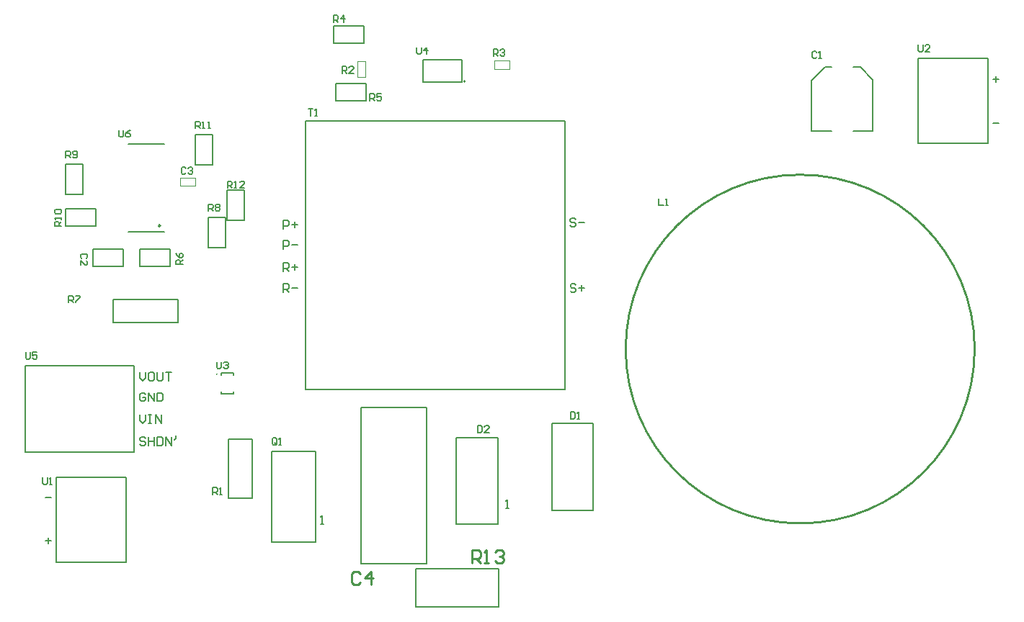
<source format=gto>
G04*
G04 #@! TF.GenerationSoftware,Altium Limited,Altium Designer,18.0.9 (584)*
G04*
G04 Layer_Color=65535*
%FSLAX44Y44*%
%MOMM*%
G71*
G01*
G75*
%ADD10C,0.2540*%
%ADD11C,0.1500*%
%ADD12C,0.1270*%
%ADD13C,0.2000*%
%ADD14C,0.1524*%
%ADD15C,0.1200*%
D10*
X1138000Y313000D02*
G03*
X1138000Y313000I-205000J0D01*
G01*
X181256Y458050D02*
G03*
X181256Y458050I-1016J0D01*
G01*
X416157Y48696D02*
X413618Y51235D01*
X408539D01*
X406000Y48696D01*
Y38539D01*
X408539Y36000D01*
X413618D01*
X416157Y38539D01*
X428853Y36000D02*
Y51235D01*
X421235Y43618D01*
X431392D01*
X547000Y61000D02*
Y76235D01*
X554618D01*
X557157Y73696D01*
Y68618D01*
X554618Y66078D01*
X547000D01*
X552078D02*
X557157Y61000D01*
X562235D02*
X567313D01*
X564774D01*
Y76235D01*
X562235Y73696D01*
X574931D02*
X577470Y76235D01*
X582548D01*
X585088Y73696D01*
Y71157D01*
X582548Y68618D01*
X580009D01*
X582548D01*
X585088Y66078D01*
Y63539D01*
X582548Y61000D01*
X577470D01*
X574931Y63539D01*
D11*
X247600Y283500D02*
G03*
X247600Y283500I-600J0D01*
G01*
X539250Y628000D02*
G03*
X539250Y628000I-750J0D01*
G01*
X43000Y161997D02*
Y155333D01*
X44333Y154000D01*
X46999D01*
X48332Y155333D01*
Y161997D01*
X50997Y154000D02*
X53663D01*
X52330D01*
Y161997D01*
X50997Y160665D01*
X767000Y489997D02*
Y482000D01*
X772332D01*
X774997D02*
X777663D01*
X776330D01*
Y489997D01*
X774997Y488665D01*
X663000Y238997D02*
Y231000D01*
X666999D01*
X668332Y232333D01*
Y237665D01*
X666999Y238997D01*
X663000D01*
X670997Y231000D02*
X673663D01*
X672330D01*
Y238997D01*
X670997Y237665D01*
X554000Y222997D02*
Y215000D01*
X557999D01*
X559332Y216333D01*
Y221665D01*
X557999Y222997D01*
X554000D01*
X567329Y215000D02*
X561997D01*
X567329Y220332D01*
Y221665D01*
X565996Y222997D01*
X563330D01*
X561997Y221665D01*
X247500Y297997D02*
Y291333D01*
X248833Y290000D01*
X251499D01*
X252832Y291333D01*
Y297997D01*
X255497Y296665D02*
X256830Y297997D01*
X259496D01*
X260829Y296665D01*
Y295332D01*
X259496Y293999D01*
X258163D01*
X259496D01*
X260829Y292666D01*
Y291333D01*
X259496Y290000D01*
X256830D01*
X255497Y291333D01*
X132500Y570497D02*
Y563833D01*
X133833Y562500D01*
X136499D01*
X137832Y563833D01*
Y570497D01*
X145829D02*
X143163Y569165D01*
X140497Y566499D01*
Y563833D01*
X141830Y562500D01*
X144496D01*
X145829Y563833D01*
Y565166D01*
X144496Y566499D01*
X140497D01*
X22930Y309079D02*
Y302415D01*
X24263Y301082D01*
X26929D01*
X28262Y302415D01*
Y309079D01*
X36259D02*
X30927D01*
Y305081D01*
X33593Y306414D01*
X34926D01*
X36259Y305081D01*
Y302415D01*
X34926Y301082D01*
X32260D01*
X30927Y302415D01*
X482500Y667997D02*
Y661333D01*
X483833Y660000D01*
X486499D01*
X487832Y661333D01*
Y667997D01*
X494496Y660000D02*
Y667997D01*
X490497Y663999D01*
X495829D01*
X1071898Y670613D02*
Y663949D01*
X1073231Y662616D01*
X1075897D01*
X1077230Y663949D01*
Y670613D01*
X1085227Y662616D02*
X1079895D01*
X1085227Y667948D01*
Y669280D01*
X1083894Y670613D01*
X1081228D01*
X1079895Y669280D01*
X355000Y595497D02*
X360332D01*
X357666D01*
Y587500D01*
X362997D02*
X365663D01*
X364330D01*
Y595497D01*
X362997Y594165D01*
X260000Y502500D02*
Y510497D01*
X263999D01*
X265332Y509165D01*
Y506499D01*
X263999Y505166D01*
X260000D01*
X262666D02*
X265332Y502500D01*
X267997D02*
X270663D01*
X269330D01*
Y510497D01*
X267997Y509165D01*
X279993Y502500D02*
X274662D01*
X279993Y507832D01*
Y509165D01*
X278661Y510497D01*
X275995D01*
X274662Y509165D01*
X222500Y572500D02*
Y580497D01*
X226499D01*
X227832Y579165D01*
Y576499D01*
X226499Y575166D01*
X222500D01*
X225166D02*
X227832Y572500D01*
X230497D02*
X233163D01*
X231830D01*
Y580497D01*
X230497Y579165D01*
X237162Y572500D02*
X239828D01*
X238495D01*
Y580497D01*
X237162Y579165D01*
X65000Y457500D02*
X57003D01*
Y461499D01*
X58335Y462832D01*
X61001D01*
X62334Y461499D01*
Y457500D01*
Y460166D02*
X65000Y462832D01*
Y465497D02*
Y468163D01*
Y466830D01*
X57003D01*
X58335Y465497D01*
Y472162D02*
X57003Y473495D01*
Y476161D01*
X58335Y477494D01*
X63667D01*
X65000Y476161D01*
Y473495D01*
X63667Y472162D01*
X58335D01*
X70294Y537812D02*
Y545809D01*
X74293D01*
X75626Y544477D01*
Y541811D01*
X74293Y540478D01*
X70294D01*
X72960D02*
X75626Y537812D01*
X78291Y539145D02*
X79624Y537812D01*
X82290D01*
X83623Y539145D01*
Y544477D01*
X82290Y545809D01*
X79624D01*
X78291Y544477D01*
Y543144D01*
X79624Y541811D01*
X83623D01*
X237882Y475368D02*
Y483365D01*
X241881D01*
X243214Y482033D01*
Y479367D01*
X241881Y478034D01*
X237882D01*
X240548D02*
X243214Y475368D01*
X245879Y482033D02*
X247212Y483365D01*
X249878D01*
X251211Y482033D01*
Y480700D01*
X249878Y479367D01*
X251211Y478034D01*
Y476701D01*
X249878Y475368D01*
X247212D01*
X245879Y476701D01*
Y478034D01*
X247212Y479367D01*
X245879Y480700D01*
Y482033D01*
X247212Y479367D02*
X249878D01*
X73524Y367500D02*
Y375497D01*
X77523D01*
X78856Y374165D01*
Y371499D01*
X77523Y370166D01*
X73524D01*
X76190D02*
X78856Y367500D01*
X81521Y375497D02*
X86853D01*
Y374165D01*
X81521Y368833D01*
Y367500D01*
X207500Y412500D02*
X199503D01*
Y416499D01*
X200835Y417832D01*
X203501D01*
X204834Y416499D01*
Y412500D01*
Y415166D02*
X207500Y417832D01*
X199503Y425829D02*
X200835Y423163D01*
X203501Y420497D01*
X206167D01*
X207500Y421830D01*
Y424496D01*
X206167Y425829D01*
X204834D01*
X203501Y424496D01*
Y420497D01*
X427500Y605000D02*
Y612997D01*
X431499D01*
X432832Y611665D01*
Y608999D01*
X431499Y607666D01*
X427500D01*
X430166D02*
X432832Y605000D01*
X440829Y612997D02*
X435497D01*
Y608999D01*
X438163Y610332D01*
X439496D01*
X440829Y608999D01*
Y606333D01*
X439496Y605000D01*
X436830D01*
X435497Y606333D01*
X385000Y697500D02*
Y705497D01*
X388999D01*
X390332Y704165D01*
Y701499D01*
X388999Y700166D01*
X385000D01*
X387666D02*
X390332Y697500D01*
X396996D02*
Y705497D01*
X392997Y701499D01*
X398329D01*
X572500Y657500D02*
Y665497D01*
X576499D01*
X577832Y664165D01*
Y661499D01*
X576499Y660166D01*
X572500D01*
X575166D02*
X577832Y657500D01*
X580497Y664165D02*
X581830Y665497D01*
X584496D01*
X585829Y664165D01*
Y662832D01*
X584496Y661499D01*
X583163D01*
X584496D01*
X585829Y660166D01*
Y658833D01*
X584496Y657500D01*
X581830D01*
X580497Y658833D01*
X395000Y637500D02*
Y645497D01*
X398999D01*
X400332Y644165D01*
Y641499D01*
X398999Y640166D01*
X395000D01*
X397666D02*
X400332Y637500D01*
X408329D02*
X402997D01*
X408329Y642832D01*
Y644165D01*
X406996Y645497D01*
X404330D01*
X402997Y644165D01*
X243000Y142000D02*
Y149997D01*
X246999D01*
X248332Y148665D01*
Y145999D01*
X246999Y144666D01*
X243000D01*
X245666D02*
X248332Y142000D01*
X250997D02*
X253663D01*
X252330D01*
Y149997D01*
X250997Y148665D01*
X317864Y201821D02*
Y207153D01*
X316531Y208485D01*
X313865D01*
X312532Y207153D01*
Y201821D01*
X313865Y200488D01*
X316531D01*
X315198Y203154D02*
X317864Y200488D01*
X316531D02*
X317864Y201821D01*
X320529Y200488D02*
X323195D01*
X321862D01*
Y208485D01*
X320529Y207153D01*
X211332Y525664D02*
X209999Y526997D01*
X207333D01*
X206000Y525664D01*
Y520333D01*
X207333Y519000D01*
X209999D01*
X211332Y520333D01*
X213997Y525664D02*
X215330Y526997D01*
X217996D01*
X219329Y525664D01*
Y524332D01*
X217996Y522999D01*
X216663D01*
X217996D01*
X219329Y521666D01*
Y520333D01*
X217996Y519000D01*
X215330D01*
X213997Y520333D01*
X94164Y419668D02*
X95497Y421001D01*
Y423667D01*
X94164Y425000D01*
X88833D01*
X87500Y423667D01*
Y421001D01*
X88833Y419668D01*
X87500Y411671D02*
Y417003D01*
X92832Y411671D01*
X94164D01*
X95497Y413004D01*
Y415670D01*
X94164Y417003D01*
X952338Y661724D02*
X951005Y663057D01*
X948339D01*
X947006Y661724D01*
Y656393D01*
X948339Y655060D01*
X951005D01*
X952338Y656393D01*
X955003Y655060D02*
X957669D01*
X956336D01*
Y663057D01*
X955003Y661724D01*
D12*
X59000Y62500D02*
Y162500D01*
X141000D01*
Y62500D02*
Y162500D01*
X59000Y62500D02*
X141000D01*
X1153500Y555000D02*
Y655000D01*
X1071500Y555000D02*
X1153500D01*
X1071500D02*
Y655000D01*
X1153500D01*
X253000Y284500D02*
X267000D01*
Y282500D02*
Y284500D01*
X253000Y282500D02*
Y284500D01*
X267000Y260500D02*
Y262500D01*
X253000Y260500D02*
Y262500D01*
Y260500D02*
X267000D01*
X489750Y653250D02*
X535250D01*
X489750Y626750D02*
X535250D01*
D13*
X641500Y226000D02*
X689500D01*
X641500Y123000D02*
X689500D01*
Y226000D01*
X641500Y123000D02*
Y226000D01*
X528500Y208500D02*
X577500D01*
X528500Y107000D02*
Y208500D01*
Y107000D02*
X577500D01*
Y208500D01*
X494000Y60500D02*
Y244500D01*
X417000Y60500D02*
Y244500D01*
X494000D01*
X417000Y60500D02*
X494000D01*
X22500Y293300D02*
X150200D01*
Y191700D02*
Y293300D01*
X22500Y191700D02*
X150200D01*
X22500D02*
Y293300D01*
X312000Y193000D02*
X364000D01*
X312000Y86000D02*
Y193000D01*
Y86000D02*
X364000D01*
Y193000D01*
X489750Y626750D02*
X535250D01*
X489750D02*
Y653250D01*
X535250D01*
Y626750D02*
Y653250D01*
X352000Y581500D02*
X657000D01*
X657000Y265500D01*
X352000D02*
X657000D01*
X352000Y581500D02*
X352000Y265500D01*
X384720Y672340D02*
Y692660D01*
Y672340D02*
X420280D01*
Y692660D01*
X384720D02*
X420280D01*
X387220Y604840D02*
Y625160D01*
Y604840D02*
X422780D01*
Y625160D01*
X387220D02*
X422780D01*
X157220Y409840D02*
Y430160D01*
Y409840D02*
X192780D01*
Y430160D01*
X157220D02*
X192780D01*
X237340Y432220D02*
X257660D01*
Y467780D01*
X237340D02*
X257660D01*
X237340Y432220D02*
Y467780D01*
X69840Y494720D02*
X90160D01*
Y530280D01*
X69840D02*
X90160D01*
X69840Y494720D02*
Y530280D01*
X105280Y457340D02*
Y477660D01*
X69720D02*
X105280D01*
X69720Y457340D02*
Y477660D01*
Y457340D02*
X105280D01*
X222340Y529720D02*
X242660D01*
Y565280D01*
X222340D02*
X242660D01*
X222340Y529720D02*
Y565280D01*
X259840Y464720D02*
X280160D01*
Y500280D01*
X259840D02*
X280160D01*
X259840Y464720D02*
Y500280D01*
X995000Y569500D02*
X1018500D01*
X946500D02*
X970000D01*
X1018500D02*
Y629500D01*
X1003500Y644500D02*
X1018500Y629500D01*
X995000Y644500D02*
X1003500D01*
X946500Y569500D02*
Y628500D01*
X962500Y644500D01*
X970000D01*
X102220Y409840D02*
Y430160D01*
Y409840D02*
X137780D01*
Y430160D01*
X102220D02*
X137780D01*
X53000Y87502D02*
X46336D01*
X49668Y84169D02*
Y90834D01*
X53000Y138502D02*
X46336D01*
X587000Y126000D02*
X590332D01*
X588666D01*
Y135997D01*
X587000Y134331D01*
X164165Y207831D02*
X162498Y209497D01*
X159166D01*
X157500Y207831D01*
Y206164D01*
X159166Y204498D01*
X162498D01*
X164165Y202832D01*
Y201166D01*
X162498Y199500D01*
X159166D01*
X157500Y201166D01*
X167497Y209497D02*
Y199500D01*
Y204498D01*
X174161D01*
Y209497D01*
Y199500D01*
X177494Y209497D02*
Y199500D01*
X182492D01*
X184158Y201166D01*
Y207831D01*
X182492Y209497D01*
X177494D01*
X187490Y199500D02*
Y209497D01*
X194155Y199500D01*
Y209497D01*
X199153Y211163D02*
Y207831D01*
X197487Y206164D01*
X157500Y235497D02*
Y228832D01*
X160832Y225500D01*
X164165Y228832D01*
Y235497D01*
X167497D02*
X170829D01*
X169163D01*
Y225500D01*
X167497D01*
X170829D01*
X175827D02*
Y235497D01*
X182492Y225500D01*
Y235497D01*
X164165Y259831D02*
X162498Y261497D01*
X159166D01*
X157500Y259831D01*
Y253166D01*
X159166Y251500D01*
X162498D01*
X164165Y253166D01*
Y256498D01*
X160832D01*
X167497Y251500D02*
Y261497D01*
X174161Y251500D01*
Y261497D01*
X177494D02*
Y251500D01*
X182492D01*
X184158Y253166D01*
Y259831D01*
X182492Y261497D01*
X177494D01*
X157500Y285497D02*
Y278832D01*
X160832Y275500D01*
X164165Y278832D01*
Y285497D01*
X172495D02*
X169163D01*
X167497Y283831D01*
Y277166D01*
X169163Y275500D01*
X172495D01*
X174161Y277166D01*
Y283831D01*
X172495Y285497D01*
X177494D02*
Y277166D01*
X179160Y275500D01*
X182492D01*
X184158Y277166D01*
Y285497D01*
X187490D02*
X194155D01*
X190823D01*
Y275500D01*
X1159500Y629998D02*
X1166164D01*
X1162832Y633331D02*
Y626666D01*
X1159500Y578998D02*
X1166164D01*
X370000Y107000D02*
X373332D01*
X371666D01*
Y116997D01*
X370000Y115331D01*
X326000Y454500D02*
Y464497D01*
X330998D01*
X332664Y462831D01*
Y459498D01*
X330998Y457832D01*
X326000D01*
X335997Y459498D02*
X342661D01*
X339329Y462831D02*
Y456166D01*
X326000Y430500D02*
Y440497D01*
X330998D01*
X332664Y438831D01*
Y435498D01*
X330998Y433832D01*
X326000D01*
X335997Y435498D02*
X342661D01*
X326000Y404500D02*
Y414497D01*
X330998D01*
X332664Y412831D01*
Y409498D01*
X330998Y407832D01*
X326000D01*
X329332D02*
X332664Y404500D01*
X335997Y409498D02*
X342661D01*
X339329Y412831D02*
Y406166D01*
X326000Y379500D02*
Y389497D01*
X330998D01*
X332664Y387831D01*
Y384498D01*
X330998Y382832D01*
X326000D01*
X329332D02*
X332664Y379500D01*
X335997Y384498D02*
X342661D01*
X669665Y388331D02*
X667998Y389997D01*
X664666D01*
X663000Y388331D01*
Y386665D01*
X664666Y384998D01*
X667998D01*
X669665Y383332D01*
Y381666D01*
X667998Y380000D01*
X664666D01*
X663000Y381666D01*
X672997Y384998D02*
X679661D01*
X676329Y388331D02*
Y381666D01*
X669415Y465331D02*
X667748Y466997D01*
X664416D01*
X662750Y465331D01*
Y463665D01*
X664416Y461998D01*
X667748D01*
X669415Y460332D01*
Y458666D01*
X667748Y457000D01*
X664416D01*
X662750Y458666D01*
X672747Y461998D02*
X679411D01*
D14*
X481122Y54852D02*
X578658D01*
X481122Y10148D02*
Y54852D01*
Y10148D02*
X578658D01*
Y54852D01*
X261000Y206750D02*
X289500D01*
Y137750D02*
Y206750D01*
X261000Y137750D02*
X289500D01*
X261000D02*
Y206750D01*
X143791Y451192D02*
X186209D01*
X143791Y553808D02*
X186209D01*
X126162Y343784D02*
Y371216D01*
X202362D01*
Y343784D02*
Y371216D01*
X126162Y343784D02*
X202362D01*
D15*
X412500Y633250D02*
X422500D01*
Y651750D01*
X412500D02*
X422500D01*
X412500Y633250D02*
Y651750D01*
X573250Y652500D02*
X591750D01*
Y642500D02*
Y652500D01*
X573250Y642500D02*
X591750D01*
X573250D02*
Y652500D01*
X204150Y505000D02*
Y514750D01*
Y505000D02*
X222400D01*
Y514750D01*
X204150D02*
X222400D01*
M02*

</source>
